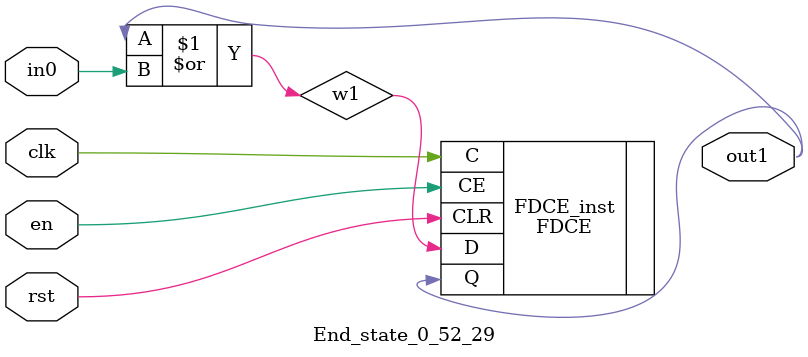
<source format=v>
module engine_0_52(out,clk,sod,en, in_1, in_3, in_4, in_5, in_7, in_8, in_12, in_14, in_15, in_16, in_17, in_18, in_21, in_30, in_41, in_43);
//pcre: /InstallVersion\s*\x29?\s*\.\s*compareTo/smi
//block char: \x20[8], N[0], O[0], L[0], I[0], S[0], \x2E[8], v[0], a[0], r[0], e[0], c[0], p[0], t[0], M[0], \x29[8], 

	input clk,sod,en;

	input in_1, in_3, in_4, in_5, in_7, in_8, in_12, in_14, in_15, in_16, in_17, in_18, in_21, in_30, in_41, in_43;
	output out;

	assign w0 = 1'b1;
	state_0_52_1 BlockState_0_52_1 (w1,in_7,clk,en,sod,w0);
	state_0_52_2 BlockState_0_52_2 (w2,in_3,clk,en,sod,w1);
	state_0_52_3 BlockState_0_52_3 (w3,in_8,clk,en,sod,w2);
	state_0_52_4 BlockState_0_52_4 (w4,in_30,clk,en,sod,w3);
	state_0_52_5 BlockState_0_52_5 (w5,in_15,clk,en,sod,w4);
	state_0_52_6 BlockState_0_52_6 (w6,in_5,clk,en,sod,w5);
	state_0_52_7 BlockState_0_52_7 (w7,in_5,clk,en,sod,w6);
	state_0_52_8 BlockState_0_52_8 (w8,in_14,clk,en,sod,w7);
	state_0_52_9 BlockState_0_52_9 (w9,in_17,clk,en,sod,w8);
	state_0_52_10 BlockState_0_52_10 (w10,in_16,clk,en,sod,w9);
	state_0_52_11 BlockState_0_52_11 (w11,in_8,clk,en,sod,w10);
	state_0_52_12 BlockState_0_52_12 (w12,in_7,clk,en,sod,w11);
	state_0_52_13 BlockState_0_52_13 (w13,in_4,clk,en,sod,w12);
	state_0_52_14 BlockState_0_52_14 (w14,in_3,clk,en,sod,w13);
	state_0_52_15 BlockState_0_52_15 (w15,in_1,clk,en,sod,w15,w14);
	state_0_52_16 BlockState_0_52_16 (w16,in_43,clk,en,sod,w14,w15);
	state_0_52_17 BlockState_0_52_17 (w17,in_1,clk,en,sod,w17,w14,w15,w16);
	state_0_52_18 BlockState_0_52_18 (w18,in_12,clk,en,sod,w14,w15,w16,w17);
	state_0_52_19 BlockState_0_52_19 (w19,in_1,clk,en,sod,w19,w18);
	state_0_52_20 BlockState_0_52_20 (w20,in_18,clk,en,sod,w18,w19);
	state_0_52_21 BlockState_0_52_21 (w21,in_4,clk,en,sod,w20);
	state_0_52_22 BlockState_0_52_22 (w22,in_41,clk,en,sod,w21);
	state_0_52_23 BlockState_0_52_23 (w23,in_21,clk,en,sod,w22);
	state_0_52_24 BlockState_0_52_24 (w24,in_15,clk,en,sod,w23);
	state_0_52_25 BlockState_0_52_25 (w25,in_16,clk,en,sod,w24);
	state_0_52_26 BlockState_0_52_26 (w26,in_17,clk,en,sod,w25);
	state_0_52_27 BlockState_0_52_27 (w27,in_30,clk,en,sod,w26);
	state_0_52_28 BlockState_0_52_28 (w28,in_4,clk,en,sod,w27);
	End_state_0_52_29 BlockState_0_52_29 (out,clk,en,sod,w28);
endmodule

module state_0_52_1(out1,in_char,clk,en,rst,in0);
	input in_char,clk,en,rst,in0;
	output out1;
	wire w1,w2;
	assign w1 = in0; 
	and(w2,in_char,w1);
	FDCE #(.INIT(1'b0)) FDCE_inst (
		.Q(out1),
		.C(clk),
		.CE(en),
		.CLR(rst),
		.D(w2)
);
endmodule

module state_0_52_2(out1,in_char,clk,en,rst,in0);
	input in_char,clk,en,rst,in0;
	output out1;
	wire w1,w2;
	assign w1 = in0; 
	and(w2,in_char,w1);
	FDCE #(.INIT(1'b0)) FDCE_inst (
		.Q(out1),
		.C(clk),
		.CE(en),
		.CLR(rst),
		.D(w2)
);
endmodule

module state_0_52_3(out1,in_char,clk,en,rst,in0);
	input in_char,clk,en,rst,in0;
	output out1;
	wire w1,w2;
	assign w1 = in0; 
	and(w2,in_char,w1);
	FDCE #(.INIT(1'b0)) FDCE_inst (
		.Q(out1),
		.C(clk),
		.CE(en),
		.CLR(rst),
		.D(w2)
);
endmodule

module state_0_52_4(out1,in_char,clk,en,rst,in0);
	input in_char,clk,en,rst,in0;
	output out1;
	wire w1,w2;
	assign w1 = in0; 
	and(w2,in_char,w1);
	FDCE #(.INIT(1'b0)) FDCE_inst (
		.Q(out1),
		.C(clk),
		.CE(en),
		.CLR(rst),
		.D(w2)
);
endmodule

module state_0_52_5(out1,in_char,clk,en,rst,in0);
	input in_char,clk,en,rst,in0;
	output out1;
	wire w1,w2;
	assign w1 = in0; 
	and(w2,in_char,w1);
	FDCE #(.INIT(1'b0)) FDCE_inst (
		.Q(out1),
		.C(clk),
		.CE(en),
		.CLR(rst),
		.D(w2)
);
endmodule

module state_0_52_6(out1,in_char,clk,en,rst,in0);
	input in_char,clk,en,rst,in0;
	output out1;
	wire w1,w2;
	assign w1 = in0; 
	and(w2,in_char,w1);
	FDCE #(.INIT(1'b0)) FDCE_inst (
		.Q(out1),
		.C(clk),
		.CE(en),
		.CLR(rst),
		.D(w2)
);
endmodule

module state_0_52_7(out1,in_char,clk,en,rst,in0);
	input in_char,clk,en,rst,in0;
	output out1;
	wire w1,w2;
	assign w1 = in0; 
	and(w2,in_char,w1);
	FDCE #(.INIT(1'b0)) FDCE_inst (
		.Q(out1),
		.C(clk),
		.CE(en),
		.CLR(rst),
		.D(w2)
);
endmodule

module state_0_52_8(out1,in_char,clk,en,rst,in0);
	input in_char,clk,en,rst,in0;
	output out1;
	wire w1,w2;
	assign w1 = in0; 
	and(w2,in_char,w1);
	FDCE #(.INIT(1'b0)) FDCE_inst (
		.Q(out1),
		.C(clk),
		.CE(en),
		.CLR(rst),
		.D(w2)
);
endmodule

module state_0_52_9(out1,in_char,clk,en,rst,in0);
	input in_char,clk,en,rst,in0;
	output out1;
	wire w1,w2;
	assign w1 = in0; 
	and(w2,in_char,w1);
	FDCE #(.INIT(1'b0)) FDCE_inst (
		.Q(out1),
		.C(clk),
		.CE(en),
		.CLR(rst),
		.D(w2)
);
endmodule

module state_0_52_10(out1,in_char,clk,en,rst,in0);
	input in_char,clk,en,rst,in0;
	output out1;
	wire w1,w2;
	assign w1 = in0; 
	and(w2,in_char,w1);
	FDCE #(.INIT(1'b0)) FDCE_inst (
		.Q(out1),
		.C(clk),
		.CE(en),
		.CLR(rst),
		.D(w2)
);
endmodule

module state_0_52_11(out1,in_char,clk,en,rst,in0);
	input in_char,clk,en,rst,in0;
	output out1;
	wire w1,w2;
	assign w1 = in0; 
	and(w2,in_char,w1);
	FDCE #(.INIT(1'b0)) FDCE_inst (
		.Q(out1),
		.C(clk),
		.CE(en),
		.CLR(rst),
		.D(w2)
);
endmodule

module state_0_52_12(out1,in_char,clk,en,rst,in0);
	input in_char,clk,en,rst,in0;
	output out1;
	wire w1,w2;
	assign w1 = in0; 
	and(w2,in_char,w1);
	FDCE #(.INIT(1'b0)) FDCE_inst (
		.Q(out1),
		.C(clk),
		.CE(en),
		.CLR(rst),
		.D(w2)
);
endmodule

module state_0_52_13(out1,in_char,clk,en,rst,in0);
	input in_char,clk,en,rst,in0;
	output out1;
	wire w1,w2;
	assign w1 = in0; 
	and(w2,in_char,w1);
	FDCE #(.INIT(1'b0)) FDCE_inst (
		.Q(out1),
		.C(clk),
		.CE(en),
		.CLR(rst),
		.D(w2)
);
endmodule

module state_0_52_14(out1,in_char,clk,en,rst,in0);
	input in_char,clk,en,rst,in0;
	output out1;
	wire w1,w2;
	assign w1 = in0; 
	and(w2,in_char,w1);
	FDCE #(.INIT(1'b0)) FDCE_inst (
		.Q(out1),
		.C(clk),
		.CE(en),
		.CLR(rst),
		.D(w2)
);
endmodule

module state_0_52_15(out1,in_char,clk,en,rst,in0,in1);
	input in_char,clk,en,rst,in0,in1;
	output out1;
	wire w1,w2;
	or(w1,in0,in1);
	and(w2,in_char,w1);
	FDCE #(.INIT(1'b0)) FDCE_inst (
		.Q(out1),
		.C(clk),
		.CE(en),
		.CLR(rst),
		.D(w2)
);
endmodule

module state_0_52_16(out1,in_char,clk,en,rst,in0,in1);
	input in_char,clk,en,rst,in0,in1;
	output out1;
	wire w1,w2;
	or(w1,in0,in1);
	and(w2,in_char,w1);
	FDCE #(.INIT(1'b0)) FDCE_inst (
		.Q(out1),
		.C(clk),
		.CE(en),
		.CLR(rst),
		.D(w2)
);
endmodule

module state_0_52_17(out1,in_char,clk,en,rst,in0,in1,in2,in3);
	input in_char,clk,en,rst,in0,in1,in2,in3;
	output out1;
	wire w1,w2;
	or(w1,in0,in1,in2,in3);
	and(w2,in_char,w1);
	FDCE #(.INIT(1'b0)) FDCE_inst (
		.Q(out1),
		.C(clk),
		.CE(en),
		.CLR(rst),
		.D(w2)
);
endmodule

module state_0_52_18(out1,in_char,clk,en,rst,in0,in1,in2,in3);
	input in_char,clk,en,rst,in0,in1,in2,in3;
	output out1;
	wire w1,w2;
	or(w1,in0,in1,in2,in3);
	and(w2,in_char,w1);
	FDCE #(.INIT(1'b0)) FDCE_inst (
		.Q(out1),
		.C(clk),
		.CE(en),
		.CLR(rst),
		.D(w2)
);
endmodule

module state_0_52_19(out1,in_char,clk,en,rst,in0,in1);
	input in_char,clk,en,rst,in0,in1;
	output out1;
	wire w1,w2;
	or(w1,in0,in1);
	and(w2,in_char,w1);
	FDCE #(.INIT(1'b0)) FDCE_inst (
		.Q(out1),
		.C(clk),
		.CE(en),
		.CLR(rst),
		.D(w2)
);
endmodule

module state_0_52_20(out1,in_char,clk,en,rst,in0,in1);
	input in_char,clk,en,rst,in0,in1;
	output out1;
	wire w1,w2;
	or(w1,in0,in1);
	and(w2,in_char,w1);
	FDCE #(.INIT(1'b0)) FDCE_inst (
		.Q(out1),
		.C(clk),
		.CE(en),
		.CLR(rst),
		.D(w2)
);
endmodule

module state_0_52_21(out1,in_char,clk,en,rst,in0);
	input in_char,clk,en,rst,in0;
	output out1;
	wire w1,w2;
	assign w1 = in0; 
	and(w2,in_char,w1);
	FDCE #(.INIT(1'b0)) FDCE_inst (
		.Q(out1),
		.C(clk),
		.CE(en),
		.CLR(rst),
		.D(w2)
);
endmodule

module state_0_52_22(out1,in_char,clk,en,rst,in0);
	input in_char,clk,en,rst,in0;
	output out1;
	wire w1,w2;
	assign w1 = in0; 
	and(w2,in_char,w1);
	FDCE #(.INIT(1'b0)) FDCE_inst (
		.Q(out1),
		.C(clk),
		.CE(en),
		.CLR(rst),
		.D(w2)
);
endmodule

module state_0_52_23(out1,in_char,clk,en,rst,in0);
	input in_char,clk,en,rst,in0;
	output out1;
	wire w1,w2;
	assign w1 = in0; 
	and(w2,in_char,w1);
	FDCE #(.INIT(1'b0)) FDCE_inst (
		.Q(out1),
		.C(clk),
		.CE(en),
		.CLR(rst),
		.D(w2)
);
endmodule

module state_0_52_24(out1,in_char,clk,en,rst,in0);
	input in_char,clk,en,rst,in0;
	output out1;
	wire w1,w2;
	assign w1 = in0; 
	and(w2,in_char,w1);
	FDCE #(.INIT(1'b0)) FDCE_inst (
		.Q(out1),
		.C(clk),
		.CE(en),
		.CLR(rst),
		.D(w2)
);
endmodule

module state_0_52_25(out1,in_char,clk,en,rst,in0);
	input in_char,clk,en,rst,in0;
	output out1;
	wire w1,w2;
	assign w1 = in0; 
	and(w2,in_char,w1);
	FDCE #(.INIT(1'b0)) FDCE_inst (
		.Q(out1),
		.C(clk),
		.CE(en),
		.CLR(rst),
		.D(w2)
);
endmodule

module state_0_52_26(out1,in_char,clk,en,rst,in0);
	input in_char,clk,en,rst,in0;
	output out1;
	wire w1,w2;
	assign w1 = in0; 
	and(w2,in_char,w1);
	FDCE #(.INIT(1'b0)) FDCE_inst (
		.Q(out1),
		.C(clk),
		.CE(en),
		.CLR(rst),
		.D(w2)
);
endmodule

module state_0_52_27(out1,in_char,clk,en,rst,in0);
	input in_char,clk,en,rst,in0;
	output out1;
	wire w1,w2;
	assign w1 = in0; 
	and(w2,in_char,w1);
	FDCE #(.INIT(1'b0)) FDCE_inst (
		.Q(out1),
		.C(clk),
		.CE(en),
		.CLR(rst),
		.D(w2)
);
endmodule

module state_0_52_28(out1,in_char,clk,en,rst,in0);
	input in_char,clk,en,rst,in0;
	output out1;
	wire w1,w2;
	assign w1 = in0; 
	and(w2,in_char,w1);
	FDCE #(.INIT(1'b0)) FDCE_inst (
		.Q(out1),
		.C(clk),
		.CE(en),
		.CLR(rst),
		.D(w2)
);
endmodule

module End_state_0_52_29(out1,clk,en,rst,in0);
	input clk,rst,en,in0;
	output out1;
	wire w1;
	or(w1,out1,in0);
	FDCE #(.INIT(1'b0)) FDCE_inst (
		.Q(out1),
		.C(clk),
		.CE(en),
		.CLR(rst),
		.D(w1)
);
endmodule


</source>
